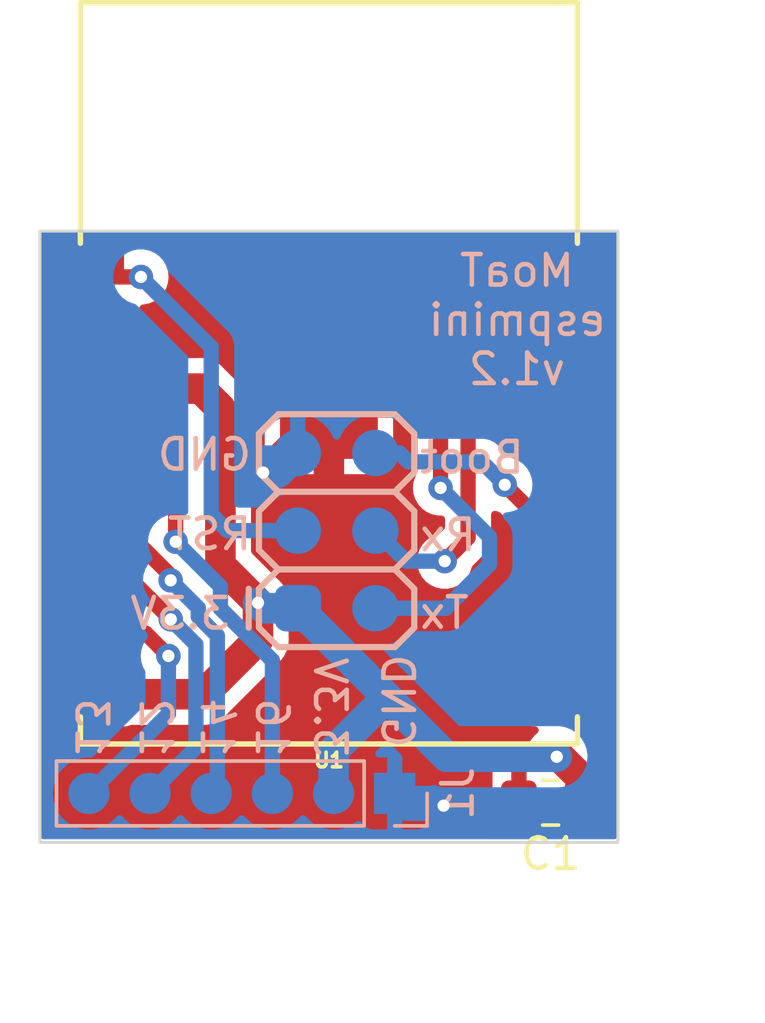
<source format=kicad_pcb>
(kicad_pcb (version 20221018) (generator pcbnew)
  (title_block (comment 4 "AISLER Project ID: EFOQVZKK"))
  (layers (0 "F.Cu" signal) (31 "B.Cu" signal) (34 "B.Paste" user) (35 "F.Paste" user) (36 "B.SilkS" user "B.Silkscreen") (37 "F.SilkS" user "F.Silkscreen") (38 "B.Mask" user) (39 "F.Mask" user) (44 "Edge.Cuts" user))
  (net 0 "")
  (net 1 "+3V3")
  (net 2 "GND")
  (net 3 "Net-(J1-Pin_3)")
  (net 4 "Net-(J1-Pin_4)")
  (net 5 "Net-(J1-Pin_5)")
  (net 6 "PROG")
  (net 7 "Net-(Prog1-Rx)")
  (net 8 "Net-(Prog1-Reset)")
  (net 9 "Net-(Prog1-Tx)")
  (net 14 "Net-(J1-Pin_6)")
  (footprint "localstuff:ESP-12S" (layer "F.Cu") (at 104.4484 65.6543)
    (fp_text reference "U1" (at 0 12.6588) (layer "F.SilkS") (effects (font (size 0.48 0.48))))
    (fp_text value "ESP-12S")
    (fp_line (start -8.127 -12.127) (end 8.127 -12.127) (stroke (width 0.1778)) (layer "F.SilkS"))
    (fp_line (start -8.127 -4.256) (end -8.127 -12.127) (stroke (width 0.1778)) (layer "F.SilkS"))
    (fp_line (start -8.127 12.127) (end -8.127 11.241) (stroke (width 0.1778)) (layer "F.SilkS"))
    (fp_line (start 8.127 -12.127) (end 8.127 -4.256) (stroke (width 0.1778)) (layer "F.SilkS"))
    (fp_line (start 8.127 11.241) (end 8.127 12.127) (stroke (width 0.1778)) (layer "F.SilkS"))
    (fp_line (start 8.127 12.127) (end -8.127 12.127) (stroke (width 0.1778)) (layer "F.SilkS"))
    (pad "1" smd rect (at -8 -3.5) (size 2.6 1.1) (layers "F.Cu" "F.Paste" "F.Mask") (net 8 "Net-(Prog1-Reset)"))
    (pad "2" smd rect (at -8 -1.5) (size 2.6 1.1) (layers "F.Cu" "F.Paste" "F.Mask"))
    (pad "3" smd rect (at -8 0.5) (size 2.6 1.1) (layers "F.Cu" "F.Paste" "F.Mask") (net 1 "+3V3"))
    (pad "4" smd rect (at -8 2.5) (size 2.6 1.1) (layers "F.Cu" "F.Paste" "F.Mask") (net 3 "Net-(J1-Pin_3)"))
    (pad "5" smd rect (at -8 4.5) (size 2.6 1.1) (layers "F.Cu" "F.Paste" "F.Mask") (net 4 "Net-(J1-Pin_4)"))
    (pad "6" smd rect (at -8 6.5) (size 2.6 1.1) (layers "F.Cu" "F.Paste" "F.Mask") (net 5 "Net-(J1-Pin_5)"))
    (pad "7" smd rect (at -8 8.5) (size 2.6 1.1) (layers "F.Cu" "F.Paste" "F.Mask") (net 14 "Net-(J1-Pin_6)"))
    (pad "8" smd rect (at -8 10.5) (size 2.6 1.1) (layers "F.Cu" "F.Paste" "F.Mask") (net 1 "+3V3"))
    (pad "9" smd rect (at 8 10.5 180) (size 2.6 1.1) (layers "F.Cu" "F.Paste" "F.Mask") (net 2 "GND"))
    (pad "10" smd rect (at 8 8.5 180) (size 2.6 1.1) (layers "F.Cu" "F.Paste" "F.Mask"))
    (pad "11" smd rect (at 8 6.5 180) (size 2.6 1.1) (layers "F.Cu" "F.Paste" "F.Mask"))
    (pad "12" smd rect (at 8 4.5 180) (size 2.6 1.1) (layers "F.Cu" "F.Paste" "F.Mask") (net 6 "PROG"))
    (pad "13" smd rect (at 8 2.5 180) (size 2.6 1.1) (layers "F.Cu" "F.Paste" "F.Mask"))
    (pad "14" smd rect (at 8 0.5 180) (size 2.6 1.1) (layers "F.Cu" "F.Paste" "F.Mask"))
    (pad "15" smd rect (at 8 -1.5 180) (size 2.6 1.1) (layers "F.Cu" "F.Paste" "F.Mask") (net 7 "Net-(Prog1-Rx)"))
    (pad "16" smd rect (at 8 -3.5 180) (size 2.6 1.1) (layers "F.Cu" "F.Paste" "F.Mask") (net 9 "Net-(Prog1-Tx)"))
    (pad "P$1" smd rect (at 0 1.2) (size 3.2 3.2) (layers "F.Cu" "F.Mask") (net 2 "GND"))
    (zone (net 0) (net_name "") (layer "F.Cu") (connect_pads (clearance 0)) (min_thickness 0.002541)
      (keepout (tracks not_allowed) (vias not_allowed) (pads not_allowed) (copperpour not_allowed) (footprints allowed))
      (fill (thermal_gap 0.508) (thermal_bridge_width 0.508))
      (polygon (pts (xy 96.4484 60.6543) (xy 112.4484 60.6543) (xy 112.4484 53.6543) (xy 96.4484 53.6543)))
    )
    (zone (net 0) (net_name "") (layer "B.Cu") (connect_pads (clearance 0)) (min_thickness 0.002541)
      (keepout (tracks not_allowed) (vias not_allowed) (pads not_allowed) (copperpour not_allowed) (footprints allowed))
      (fill (thermal_gap 0.508) (thermal_bridge_width 0.508))
      (polygon (pts (xy 112.4484 60.6543) (xy 96.4484 60.6543) (xy 96.4484 53.6543) (xy 112.4484 53.6543)))
    )
  )
  (footprint "Capacitor_SMD:C_0805_2012Metric_Pad1.18x1.45mm_HandSolder" (layer "F.Cu") (at 111.7 79.7 180)
    (fp_text reference "C1" (at 0 -1.68 180) (layer "F.SilkS"))
    (fp_text value "CP_10µ_16V_0603")
    (fp_line (start -0.261252 -0.735) (end 0.261252 -0.735) (stroke (width 0.12)) (layer "F.SilkS"))
    (fp_line (start -0.261252 0.735) (end 0.261252 0.735) (stroke (width 0.12)) (layer "F.SilkS"))
    (pad "1" smd roundrect (at -1.0375 0 180) (size 1.175 1.45) (layers "F.Cu" "F.Paste" "F.Mask") (roundrect_rratio 0.2127659574) (net 1 "+3V3"))
    (pad "2" smd roundrect (at 1.0375 0 180) (size 1.175 1.45) (layers "F.Cu" "F.Paste" "F.Mask") (roundrect_rratio 0.2127659574) (net 2 "GND"))
  )
  (footprint "localstuff:2X3_PAD" (layer "B.Cu") (at 104.7 70.8 90)
    (fp_text reference "Prog1" hide)
    (fp_text value "PogoPad" hide)
    (fp_line (start -3.81 -1.905) (end -3.81 1.905) (stroke (width 0.2032)) (layer "B.SilkS"))
    (fp_line (start -3.81 -1.905) (end -3.175 -2.54) (stroke (width 0.2032)) (layer "B.SilkS"))
    (fp_line (start -3.81 1.905) (end -3.175 2.54) (stroke (width 0.2032)) (layer "B.SilkS"))
    (fp_line (start -3.175 -2.54) (end -1.905 -2.54) (stroke (width 0.2032)) (layer "B.SilkS"))
    (fp_line (start -3.175 2.54) (end -1.905 2.54) (stroke (width 0.2032)) (layer "B.SilkS"))
    (fp_line (start -1.905 -2.875) (end -3.175 -2.875) (stroke (width 0.2032)) (layer "B.SilkS"))
    (fp_line (start -1.905 -2.54) (end -1.27 -1.905) (stroke (width 0.2032)) (layer "B.SilkS"))
    (fp_line (start -1.905 2.54) (end -1.27 1.905) (stroke (width 0.2032)) (layer "B.SilkS"))
    (fp_line (start -1.27 -1.905) (end -0.635 -2.54) (stroke (width 0.2032)) (layer "B.SilkS"))
    (fp_line (start -1.27 1.905) (end -1.27 -1.905) (stroke (width 0.2032)) (layer "B.SilkS"))
    (fp_line (start -1.27 1.905) (end -0.635 2.54) (stroke (width 0.2032)) (layer "B.SilkS"))
    (fp_line (start -0.635 -2.54) (end 0.635 -2.54) (stroke (width 0.2032)) (layer "B.SilkS"))
    (fp_line (start -0.635 2.54) (end 0.635 2.54) (stroke (width 0.2032)) (layer "B.SilkS"))
    (fp_line (start 0.635 -2.54) (end 1.27 -1.905) (stroke (width 0.2032)) (layer "B.SilkS"))
    (fp_line (start 0.635 2.54) (end 1.27 1.905) (stroke (width 0.2032)) (layer "B.SilkS"))
    (fp_line (start 1.27 -1.905) (end 1.905 -2.54) (stroke (width 0.2032)) (layer "B.SilkS"))
    (fp_line (start 1.27 1.905) (end 1.27 -1.905) (stroke (width 0.2032)) (layer "B.SilkS"))
    (fp_line (start 1.27 1.905) (end 1.905 2.54) (stroke (width 0.2032)) (layer "B.SilkS"))
    (fp_line (start 1.905 -2.54) (end 3.175 -2.54) (stroke (width 0.2032)) (layer "B.SilkS"))
    (fp_line (start 1.905 2.54) (end 3.175 2.54) (stroke (width 0.2032)) (layer "B.SilkS"))
    (fp_line (start 3.175 -2.54) (end 3.81 -1.905) (stroke (width 0.2032)) (layer "B.SilkS"))
    (fp_line (start 3.175 2.54) (end 3.81 1.905) (stroke (width 0.2032)) (layer "B.SilkS"))
    (fp_line (start 3.81 1.905) (end 3.81 -1.905) (stroke (width 0.2032)) (layer "B.SilkS"))
    (pad "1" smd roundrect (at -2.54 -1.27 270) (size 1.524 1.524) (layers "B.Cu" "B.Paste" "B.Mask") (net 1 "+3V3"))
    (pad "2" smd roundrect (at -2.54 1.27 270) (size 1.524 1.524) (layers "B.Cu" "B.Paste" "B.Mask") (roundrect_rratio 0.5) (net 9 "Net-(Prog1-Tx)"))
    (pad "3" smd roundrect (at 0 -1.27 270) (size 1.524 1.524) (layers "B.Cu" "B.Paste" "B.Mask") (roundrect_rratio 0.5) (net 8 "Net-(Prog1-Reset)"))
    (pad "4" smd roundrect (at 0 1.27 270) (size 1.524 1.524) (layers "B.Cu" "B.Paste" "B.Mask") (roundrect_rratio 0.5) (net 7 "Net-(Prog1-Rx)"))
    (pad "5" smd roundrect (at 2.54 -1.27 270) (size 1.524 1.524) (layers "B.Cu" "B.Paste" "B.Mask") (roundrect_rratio 0.5) (net 2 "GND"))
    (pad "6" smd roundrect (at 2.54 1.27 270) (size 1.524 1.524) (layers "B.Cu" "B.Paste" "B.Mask") (roundrect_rratio 0.5) (net 6 "PROG"))
  )
  (footprint "localstuff:Pads_1x06_P2.00mm" (layer "B.Cu") (at 106.6 79.4 90)
    (fp_text reference "J1" (at 0 2.06 90) (layer "B.SilkS") (effects (justify mirror)))
    (fp_text value "Conn_01x06_Socket")
    (fp_line (start -1.06 -11.06) (end 1.06 -11.06) (stroke (width 0.12)) (layer "B.SilkS"))
    (fp_line (start -1.06 -1) (end -1.06 -11.06) (stroke (width 0.12)) (layer "B.SilkS"))
    (fp_line (start -1.06 -1) (end 1.06 -1) (stroke (width 0.12)) (layer "B.SilkS"))
    (fp_line (start -1.06 0) (end -1.06 1.06) (stroke (width 0.12)) (layer "B.SilkS"))
    (fp_line (start -1.06 1.06) (end 0 1.06) (stroke (width 0.12)) (layer "B.SilkS"))
    (fp_line (start 1.06 -1) (end 1.06 -11.06) (stroke (width 0.12)) (layer "B.SilkS"))
    (pad "1" smd rect (at 0 0 90) (size 1.35 1.35) (layers "B.Cu" "B.Paste" "B.Mask") (net 2 "GND"))
    (pad "2" smd oval (at 0 -2 90) (size 1.35 1.35) (layers "B.Cu" "B.Paste" "B.Mask") (net 1 "+3V3"))
    (pad "3" smd oval (at 0 -4 90) (size 1.35 1.35) (layers "B.Cu" "B.Paste" "B.Mask") (net 3 "Net-(J1-Pin_3)"))
    (pad "4" smd oval (at 0 -6 90) (size 1.35 1.35) (layers "B.Cu" "B.Paste" "B.Mask") (net 4 "Net-(J1-Pin_4)"))
    (pad "5" smd oval (at 0 -8 90) (size 1.35 1.35) (layers "B.Cu" "B.Paste" "B.Mask") (net 5 "Net-(J1-Pin_5)"))
    (pad "6" smd oval (at 0 -10 90) (size 1.35 1.35) (layers "B.Cu" "B.Paste" "B.Mask") (net 14 "Net-(J1-Pin_6)"))
  )
  (gr_line (start 113.9 61) (end 113.9 81) (stroke (width 0.1)) (layer "Edge.Cuts"))
  (gr_line (start 95 61) (end 113.9 61) (stroke (width 0.1)) (layer "Edge.Cuts"))
  (gr_line (start 113.9 81) (end 95 81) (stroke (width 0.1)) (layer "Edge.Cuts"))
  (gr_line (start 95 81) (end 95 61) (stroke (width 0.1)) (layer "Edge.Cuts"))
  (gr_text "Rx" (at 107.34 71.535) (layer "B.SilkS") (effects (font (size 1 1)) (justify right bottom mirror)))
  (gr_text "13" (at 96.1 78.3 270) (layer "B.SilkS") (effects (font (size 1 1)) (justify left bottom mirror)))
  (gr_text "3.3V" (at 103.9 78.3 270) (layer "B.SilkS") (effects (font (size 1 1)) (justify left bottom mirror)))
  (gr_text "MoaT\nespmini\nv1.2" (at 110.6 66.1) (layer "B.SilkS") (effects (font (size 1 1)) (justify bottom mirror)))
  (gr_text "GND" (at 106.1 78 -90) (layer "B.SilkS") (effects (font (size 1 1)) (justify left bottom mirror)))
  (gr_text "16" (at 102 78.3 270) (layer "B.SilkS") (effects (font (size 1 1)) (justify left bottom mirror)))
  (gr_text "12" (at 98.2 78.3 270) (layer "B.SilkS") (effects (font (size 1 1)) (justify left bottom mirror)))
  (gr_text "14" (at 100.2 78.3 270) (layer "B.SilkS") (effects (font (size 1 1)) (justify left bottom mirror)))
  (gr_text "GND" (at 102 68.9) (layer "B.SilkS") (effects (font (size 1 1)) (justify left bottom mirror)))
  (gr_text "Boot" (at 107.34 68.995) (layer "B.SilkS") (effects (font (size 1 1)) (justify right bottom mirror)))
  (gr_text "Tx" (at 107.34 74.075) (layer "B.SilkS") (effects (font (size 1 1)) (justify right bottom mirror)))
  (gr_text "3.3V" (at 101.3 74.1) (layer "B.SilkS") (effects (font (size 1 1)) (justify left bottom mirror)))
  (gr_text "RST" (at 102 71.5) (layer "B.SilkS") (effects (font (size 1 1)) (justify left bottom mirror)))
  (segment (start 96.4484 76.1543) (end 100.3457 76.1543) (width 1) (layer "F.Cu") (net 1))
  (segment (start 100.3457 76.1543) (end 102.129252 74.370748) (width 1) (layer "F.Cu") (net 1))
  (segment (start 100.9 71.933809) (end 102.129252 73.163061) (width 1) (layer "F.Cu") (net 1))
  (segment (start 112.7375 78.9375) (end 112.7375 79.7) (width 1) (layer "F.Cu") (net 1))
  (segment (start 100.9 66.8) (end 100.9 71.933809) (width 1) (layer "F.Cu") (net 1))
  (segment (start 102.129252 74.370748) (end 102.129252 73.163061) (width 1) (layer "F.Cu") (net 1))
  (segment (start 100.2543 66.1543) (end 100.9 66.8) (width 1) (layer "F.Cu") (net 1))
  (segment (start 111.9 78.2) (end 112 78.2) (width 1) (layer "F.Cu") (net 1))
  (segment (start 112 78.2) (end 112.7375 78.9375) (width 1) (layer "F.Cu") (net 1))
  (segment (start 96.4484 66.1543) (end 100.2543 66.1543) (width 1) (layer "F.Cu") (net 1))
  (via (at 111.9 78.2) (size 0.8) (drill 0.4) (layers "F.Cu" "B.Cu") (net 1))
  (via (at 102.129252 73.163061) (size 0.8) (drill 0.4) (layers "F.Cu" "B.Cu") (net 1))
  (segment (start 102.306191 73.34) (end 102.129252 73.163061) (width 1) (layer "B.Cu") (net 1))
  (segment (start 104.6 78) (end 104.6 79.4) (width 1) (layer "B.Cu") (net 1))
  (segment (start 106.35 76.25) (end 104.6 78) (width 1) (layer "B.Cu") (net 1))
  (segment (start 103.43 73.34) (end 103.44 73.34) (width 1) (layer "B.Cu") (net 1))
  (segment (start 106.35 76.25) (end 108.3 78.2) (width 1) (layer "B.Cu") (net 1))
  (segment (start 103.44 73.34) (end 106.35 76.25) (width 1) (layer "B.Cu") (net 1))
  (segment (start 103.43 73.34) (end 102.306191 73.34) (width 1) (layer "B.Cu") (net 1))
  (segment (start 108.3 78.2) (end 111.9 78.2) (width 1) (layer "B.Cu") (net 1))
  (segment (start 109.3 76.1543) (end 108.7543 76.1543) (width 1) (layer "F.Cu") (net 2))
  (segment (start 109.3 79.6) (end 109.2 79.7) (width 1) (layer "F.Cu") (net 2))
  (segment (start 108.7543 76.1543) (end 104.4484 71.8484) (width 1) (layer "F.Cu") (net 2))
  (segment (start 102.4027 68.9) (end 102.299998 68.9) (width 1) (layer "F.Cu") (net 2))
  (segment (start 109.2 79.7) (end 108.3 79.7) (width 1) (layer "F.Cu") (net 2))
  (segment (start 104.4484 71.8484) (end 104.4484 66.8543) (width 1) (layer "F.Cu") (net 2))
  (segment (start 104.4484 66.8543) (end 102.4027 68.9) (width 1) (layer "F.Cu") (net 2))
  (segment (start 108.3 79.7) (end 108.2 79.8) (width 1) (layer "F.Cu") (net 2))
  (segment (start 110.3 79.7) (end 109.2 79.7) (width 1) (layer "F.Cu") (net 2))
  (segment (start 109.3 76.1543) (end 109.3 79.6) (width 1) (layer "F.Cu") (net 2))
  (segment (start 112.4484 76.1543) (end 109.3 76.1543) (width 1) (layer "F.Cu") (net 2))
  (via (at 102.299998 68.9) (size 0.8) (drill 0.4) (layers "F.Cu" "B.Cu") (net 2))
  (via (at 108.2 79.8) (size 0.8) (drill 0.4) (layers "F.Cu" "B.Cu") (net 2))
  (segment (start 107 79.8) (end 106.6 79.4) (width 1) (layer "B.Cu") (net 2))
  (segment (start 108.2 79.8) (end 107 79.8) (width 1) (layer "B.Cu") (net 2))
  (segment (start 102.79 68.9) (end 102.299998 68.9) (width 1) (layer "B.Cu") (net 2))
  (segment (start 103.43 68.26) (end 102.79 68.9) (width 1) (layer "B.Cu") (net 2))
  (segment (start 96.4484 68.1543) (end 97.9543 68.1543) (width 0.5) (layer "F.Cu") (net 3))
  (segment (start 99.436397 69.636397) (end 99.436397 71.163603) (width 0.5) (layer "F.Cu") (net 3))
  (segment (start 97.9543 68.1543) (end 99.436397 69.636397) (width 0.5) (layer "F.Cu") (net 3))
  (via (at 99.436397 71.163603) (size 0.8) (drill 0.4) (layers "F.Cu" "B.Cu") (net 3))
  (segment (start 100.9 73.347307) (end 100.9 72.627206) (width 0.5) (layer "B.Cu") (net 3))
  (segment (start 100.9 72.627206) (end 99.436397 71.163603) (width 0.5) (layer "B.Cu") (net 3))
  (segment (start 102.6 79.4) (end 102.6 75.047307) (width 0.5) (layer "B.Cu") (net 3))
  (segment (start 102.6 75.047307) (end 100.9 73.347307) (width 0.5) (layer "B.Cu") (net 3))
  (segment (start 97.1543 70.1543) (end 99.272793 72.272793) (width 0.5) (layer "F.Cu") (net 4))
  (segment (start 96.4484 70.1543) (end 97.1543 70.1543) (width 0.5) (layer "F.Cu") (net 4))
  (segment (start 99.272793 72.272793) (end 99.272793 72.427207) (width 0.5) (layer "F.Cu") (net 4))
  (via (at 99.272793 72.427207) (size 0.8) (drill 0.4) (layers "F.Cu" "B.Cu") (net 4))
  (segment (start 100.176625 73.613882) (end 100.176625 73.331039) (width 0.5) (layer "B.Cu") (net 4))
  (segment (start 100.8 79.2) (end 100.8 74.237257) (width 0.5) (layer "B.Cu") (net 4))
  (segment (start 100.6 79.4) (end 100.8 79.2) (width 0.5) (layer "B.Cu") (net 4))
  (segment (start 100.176625 73.331039) (end 99.272793 72.427207) (width 0.5) (layer "B.Cu") (net 4))
  (segment (start 100.8 74.237257) (end 100.176625 73.613882) (width 0.5) (layer "B.Cu") (net 4))
  (segment (start 97.727093 72.1543) (end 99.276625 73.703832) (width 0.5) (layer "F.Cu") (net 5))
  (segment (start 96.4484 72.1543) (end 97.727093 72.1543) (width 0.5) (layer "F.Cu") (net 5))
  (via (at 99.276625 73.703832) (size 0.8) (drill 0.4) (layers "F.Cu" "B.Cu") (net 5))
  (segment (start 100.1 74.527207) (end 99.276625 73.703832) (width 0.5) (layer "B.Cu") (net 5))
  (segment (start 98.6 79.4) (end 100.1 77.9) (width 0.5) (layer "B.Cu") (net 5))
  (segment (start 100.1 77.9) (end 100.1 74.527207) (width 0.5) (layer "B.Cu") (net 5))
  (segment (start 111.0543 70.1543) (end 110.2 69.3) (width 0.5) (layer "F.Cu") (net 6))
  (segment (start 112.4484 70.1543) (end 111.0543 70.1543) (width 0.5) (layer "F.Cu") (net 6))
  (via (at 110.2 69.3) (size 0.8) (drill 0.4) (layers "F.Cu" "B.Cu") (net 6))
  (segment (start 105.97 68.26) (end 106.76 68.26) (width 0.5) (layer "B.Cu") (net 6))
  (segment (start 109.45 68.55) (end 110.2 69.3) (width 0.5) (layer "B.Cu") (net 6))
  (segment (start 106.76 68.26) (end 107.05 68.55) (width 0.5) (layer "B.Cu") (net 6))
  (segment (start 107.05 68.55) (end 109.45 68.55) (width 0.5) (layer "B.Cu") (net 6))
  (segment (start 109 66) (end 109 71.035) (width 0.5) (layer "F.Cu") (net 7))
  (segment (start 110.8457 64.1543) (end 109 66) (width 0.5) (layer "F.Cu") (net 7))
  (segment (start 112.4484 64.1543) (end 110.8457 64.1543) (width 0.5) (layer "F.Cu") (net 7))
  (segment (start 109 71.035) (end 108.235 71.8) (width 0.5) (layer "F.Cu") (net 7))
  (via (at 108.235 71.8) (size 0.8) (drill 0.4) (layers "F.Cu" "B.Cu") (net 7))
  (segment (start 106.97 71.8) (end 108.235 71.8) (width 0.5) (layer "B.Cu") (net 7))
  (segment (start 105.97 70.8) (end 106.97 71.8) (width 0.5) (layer "B.Cu") (net 7))
  (segment (start 98.3 62.5) (end 96.7941 62.5) (width 0.5) (layer "F.Cu") (net 8))
  (segment (start 96.7941 62.5) (end 96.4484 62.1543) (width 0.5) (layer "F.Cu") (net 8))
  (via (at 98.3 62.5) (size 0.8) (drill 0.4) (layers "F.Cu" "B.Cu") (net 8))
  (segment (start 103.43 70.8) (end 101.13 70.8) (width 0.5) (layer "B.Cu") (net 8))
  (segment (start 100.6 64.8) (end 98.3 62.5) (width 0.5) (layer "B.Cu") (net 8))
  (segment (start 101.13 70.8) (end 100.6 70.27) (width 0.5) (layer "B.Cu") (net 8))
  (segment (start 100.6 70.27) (end 100.6 64.8) (width 0.5) (layer "B.Cu") (net 8))
  (segment (start 112.4484 62.1543) (end 111.2457 62.1543) (width 0.5) (layer "F.Cu") (net 9))
  (segment (start 111.2457 62.1543) (end 108.10052 65.29948) (width 0.5) (layer "F.Cu") (net 9))
  (segment (start 108.10052 65.29948) (end 108.10052 69.403383) (width 0.5) (layer "F.Cu") (net 9))
  (via (at 108.10052 69.403383) (size 0.8) (drill 0.4) (layers "F.Cu" "B.Cu") (net 9))
  (segment (start 109.7 71.002863) (end 108.10052 69.403383) (width 0.5) (layer "B.Cu") (net 9))
  (segment (start 109.7 71.91) (end 109.7 71.002863) (width 0.5) (layer "B.Cu") (net 9))
  (segment (start 105.97 73.34) (end 108.27 73.34) (width 0.5) (layer "B.Cu") (net 9))
  (segment (start 108.27 73.34) (end 109.7 71.91) (width 0.5) (layer "B.Cu") (net 9))
  (segment (start 96.4484 74.1543) (end 98.4543 74.1543) (width 0.5) (layer "F.Cu") (net 14))
  (segment (start 96.4484 74.1543) (end 96.4941 74.2) (width 0.5) (layer "F.Cu") (net 14))
  (segment (start 98.4543 74.1543) (end 99.2 74.9) (width 0.5) (layer "F.Cu") (net 14))
  (via (at 99.2 74.9) (size 0.8) (drill 0.4) (layers "F.Cu" "B.Cu") (net 14))
  (segment (start 96.6 79.4) (end 99.2 76.8) (width 0.5) (layer "B.Cu") (net 14))
  (segment (start 99.2 76.8) (end 99.2 74.9) (width 0.5) (layer "B.Cu") (net 14))
  (zone (net 2) (net_name "GND") (layers "F&B.Cu") (connect_pads (clearance 0.5)) (min_thickness 0.25) (fill yes (thermal_gap 0.5) (thermal_bridge_width 0.5))
    (polygon (pts (xy 95 61) (xy 113.9 61) (xy 113.9 80.9) (xy 95 80.9)))
  )
)
</source>
